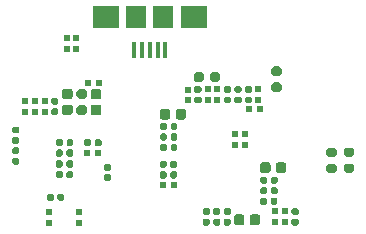
<source format=gbr>
%TF.GenerationSoftware,KiCad,Pcbnew,(5.1.6)-1*%
%TF.CreationDate,2020-08-10T23:05:38-07:00*%
%TF.ProjectId,Wire-Free-DAQ,57697265-2d46-4726-9565-2d4441512e6b,rev?*%
%TF.SameCoordinates,Original*%
%TF.FileFunction,Paste,Bot*%
%TF.FilePolarity,Positive*%
%FSLAX46Y46*%
G04 Gerber Fmt 4.6, Leading zero omitted, Abs format (unit mm)*
G04 Created by KiCad (PCBNEW (5.1.6)-1) date 2020-08-10 23:05:38*
%MOMM*%
%LPD*%
G01*
G04 APERTURE LIST*
%ADD10R,0.400000X1.400000*%
%ADD11R,2.300000X1.900000*%
%ADD12R,1.800000X1.900000*%
%ADD13R,0.560000X0.490000*%
%ADD14R,0.490000X0.560000*%
G04 APERTURE END LIST*
D10*
%TO.C,J2*%
X130688800Y-48303400D03*
X131338800Y-48303400D03*
X131988800Y-48303400D03*
X132638800Y-48303400D03*
X133288800Y-48303400D03*
D11*
X128238800Y-45453400D03*
X135738800Y-45453400D03*
D12*
X130838800Y-45453400D03*
X133138800Y-45453400D03*
%TD*%
D13*
%TO.C,R32*%
X124953000Y-47263600D03*
X124953000Y-48173600D03*
%TD*%
%TO.C,R31*%
X125765800Y-48173600D03*
X125765800Y-47263600D03*
%TD*%
%TO.C,L11*%
G36*
G01*
X127667000Y-52464300D02*
X127192000Y-52464300D01*
G75*
G02*
X126969500Y-52241800I0J222500D01*
G01*
X126969500Y-51796800D01*
G75*
G02*
X127192000Y-51574300I222500J0D01*
G01*
X127667000Y-51574300D01*
G75*
G02*
X127889500Y-51796800I0J-222500D01*
G01*
X127889500Y-52241800D01*
G75*
G02*
X127667000Y-52464300I-222500J0D01*
G01*
G37*
G36*
G01*
X127667000Y-53794300D02*
X127192000Y-53794300D01*
G75*
G02*
X126969500Y-53571800I0J222500D01*
G01*
X126969500Y-53126800D01*
G75*
G02*
X127192000Y-52904300I222500J0D01*
G01*
X127667000Y-52904300D01*
G75*
G02*
X127889500Y-53126800I0J-222500D01*
G01*
X127889500Y-53571800D01*
G75*
G02*
X127667000Y-53794300I-222500J0D01*
G01*
G37*
%TD*%
D14*
%TO.C,R30*%
X127643200Y-51033300D03*
X126733200Y-51033300D03*
%TD*%
%TO.C,R29*%
X141310600Y-53306600D03*
X140400600Y-53306600D03*
%TD*%
D13*
%TO.C,R28*%
X135214600Y-52542400D03*
X135214600Y-51632400D03*
%TD*%
%TO.C,C61*%
G36*
G01*
X126442800Y-52409300D02*
X125977800Y-52409300D01*
G75*
G02*
X125775300Y-52206800I0J202500D01*
G01*
X125775300Y-51801800D01*
G75*
G02*
X125977800Y-51599300I202500J0D01*
G01*
X126442800Y-51599300D01*
G75*
G02*
X126645300Y-51801800I0J-202500D01*
G01*
X126645300Y-52206800D01*
G75*
G02*
X126442800Y-52409300I-202500J0D01*
G01*
G37*
G36*
G01*
X126442800Y-53769300D02*
X125977800Y-53769300D01*
G75*
G02*
X125775300Y-53566800I0J202500D01*
G01*
X125775300Y-53161800D01*
G75*
G02*
X125977800Y-52959300I202500J0D01*
G01*
X126442800Y-52959300D01*
G75*
G02*
X126645300Y-53161800I0J-202500D01*
G01*
X126645300Y-53566800D01*
G75*
G02*
X126442800Y-53769300I-202500J0D01*
G01*
G37*
%TD*%
%TO.C,C60*%
G36*
G01*
X142475100Y-51016200D02*
X142940100Y-51016200D01*
G75*
G02*
X143142600Y-51218700I0J-202500D01*
G01*
X143142600Y-51623700D01*
G75*
G02*
X142940100Y-51826200I-202500J0D01*
G01*
X142475100Y-51826200D01*
G75*
G02*
X142272600Y-51623700I0J202500D01*
G01*
X142272600Y-51218700D01*
G75*
G02*
X142475100Y-51016200I202500J0D01*
G01*
G37*
G36*
G01*
X142475100Y-49656200D02*
X142940100Y-49656200D01*
G75*
G02*
X143142600Y-49858700I0J-202500D01*
G01*
X143142600Y-50263700D01*
G75*
G02*
X142940100Y-50466200I-202500J0D01*
G01*
X142475100Y-50466200D01*
G75*
G02*
X142272600Y-50263700I0J202500D01*
G01*
X142272600Y-49858700D01*
G75*
G02*
X142475100Y-49656200I202500J0D01*
G01*
G37*
%TD*%
%TO.C,C59*%
G36*
G01*
X136539800Y-50356300D02*
X136539800Y-50821300D01*
G75*
G02*
X136337300Y-51023800I-202500J0D01*
G01*
X135932300Y-51023800D01*
G75*
G02*
X135729800Y-50821300I0J202500D01*
G01*
X135729800Y-50356300D01*
G75*
G02*
X135932300Y-50153800I202500J0D01*
G01*
X136337300Y-50153800D01*
G75*
G02*
X136539800Y-50356300I0J-202500D01*
G01*
G37*
G36*
G01*
X137899800Y-50356300D02*
X137899800Y-50821300D01*
G75*
G02*
X137697300Y-51023800I-202500J0D01*
G01*
X137292300Y-51023800D01*
G75*
G02*
X137089800Y-50821300I0J202500D01*
G01*
X137089800Y-50356300D01*
G75*
G02*
X137292300Y-50153800I202500J0D01*
G01*
X137697300Y-50153800D01*
G75*
G02*
X137899800Y-50356300I0J-202500D01*
G01*
G37*
%TD*%
D14*
%TO.C,R27*%
X127617800Y-56964200D03*
X126707800Y-56964200D03*
%TD*%
%TO.C,C58*%
G36*
G01*
X127007800Y-55956000D02*
X127007800Y-56296000D01*
G75*
G02*
X126862800Y-56441000I-145000J0D01*
G01*
X126572800Y-56441000D01*
G75*
G02*
X126427800Y-56296000I0J145000D01*
G01*
X126427800Y-55956000D01*
G75*
G02*
X126572800Y-55811000I145000J0D01*
G01*
X126862800Y-55811000D01*
G75*
G02*
X127007800Y-55956000I0J-145000D01*
G01*
G37*
G36*
G01*
X127897800Y-55956000D02*
X127897800Y-56296000D01*
G75*
G02*
X127752800Y-56441000I-145000J0D01*
G01*
X127462800Y-56441000D01*
G75*
G02*
X127317800Y-56296000I0J145000D01*
G01*
X127317800Y-55956000D01*
G75*
G02*
X127462800Y-55811000I145000J0D01*
G01*
X127752800Y-55811000D01*
G75*
G02*
X127897800Y-55956000I0J-145000D01*
G01*
G37*
%TD*%
D13*
%TO.C,R3*%
X121447800Y-52623000D03*
X121447800Y-53533000D03*
%TD*%
%TO.C,R2*%
X122286000Y-52623000D03*
X122286000Y-53533000D03*
%TD*%
%TO.C,R1*%
X123073400Y-52623000D03*
X123073400Y-53533000D03*
%TD*%
%TO.C,R20*%
X140012660Y-55391600D03*
X140012660Y-56301600D03*
%TD*%
%TO.C,R18*%
X139202400Y-55391600D03*
X139202400Y-56301600D03*
%TD*%
%TO.C,R21*%
X125984000Y-62003600D03*
X125984000Y-62913600D03*
%TD*%
%TO.C,R19*%
X123469400Y-62029000D03*
X123469400Y-62939000D03*
%TD*%
D14*
%TO.C,R14*%
X134018600Y-59682000D03*
X133108600Y-59682000D03*
%TD*%
D13*
%TO.C,R13*%
X141183600Y-51607000D03*
X141183600Y-52517000D03*
%TD*%
%TO.C,R11*%
X143418800Y-62854800D03*
X143418800Y-61944800D03*
%TD*%
%TO.C,R10*%
X142606000Y-61944800D03*
X142606000Y-62854800D03*
%TD*%
%TO.C,R7*%
X137703800Y-52491600D03*
X137703800Y-51581600D03*
%TD*%
%TO.C,R6*%
X136891000Y-52491600D03*
X136891000Y-51581600D03*
%TD*%
%TO.C,L9*%
G36*
G01*
X124766300Y-52891600D02*
X125241300Y-52891600D01*
G75*
G02*
X125463800Y-53114100I0J-222500D01*
G01*
X125463800Y-53559100D01*
G75*
G02*
X125241300Y-53781600I-222500J0D01*
G01*
X124766300Y-53781600D01*
G75*
G02*
X124543800Y-53559100I0J222500D01*
G01*
X124543800Y-53114100D01*
G75*
G02*
X124766300Y-52891600I222500J0D01*
G01*
G37*
G36*
G01*
X124766300Y-51561600D02*
X125241300Y-51561600D01*
G75*
G02*
X125463800Y-51784100I0J-222500D01*
G01*
X125463800Y-52229100D01*
G75*
G02*
X125241300Y-52451600I-222500J0D01*
G01*
X124766300Y-52451600D01*
G75*
G02*
X124543800Y-52229100I0J222500D01*
G01*
X124543800Y-51784100D01*
G75*
G02*
X124766300Y-51561600I222500J0D01*
G01*
G37*
%TD*%
%TO.C,L3*%
G36*
G01*
X133724600Y-53475500D02*
X133724600Y-53950500D01*
G75*
G02*
X133502100Y-54173000I-222500J0D01*
G01*
X133057100Y-54173000D01*
G75*
G02*
X132834600Y-53950500I0J222500D01*
G01*
X132834600Y-53475500D01*
G75*
G02*
X133057100Y-53253000I222500J0D01*
G01*
X133502100Y-53253000D01*
G75*
G02*
X133724600Y-53475500I0J-222500D01*
G01*
G37*
G36*
G01*
X135054600Y-53475500D02*
X135054600Y-53950500D01*
G75*
G02*
X134832100Y-54173000I-222500J0D01*
G01*
X134387100Y-54173000D01*
G75*
G02*
X134164600Y-53950500I0J222500D01*
G01*
X134164600Y-53475500D01*
G75*
G02*
X134387100Y-53253000I222500J0D01*
G01*
X134832100Y-53253000D01*
G75*
G02*
X135054600Y-53475500I0J-222500D01*
G01*
G37*
%TD*%
%TO.C,L2*%
G36*
G01*
X139998400Y-62416300D02*
X139998400Y-62891300D01*
G75*
G02*
X139775900Y-63113800I-222500J0D01*
G01*
X139330900Y-63113800D01*
G75*
G02*
X139108400Y-62891300I0J222500D01*
G01*
X139108400Y-62416300D01*
G75*
G02*
X139330900Y-62193800I222500J0D01*
G01*
X139775900Y-62193800D01*
G75*
G02*
X139998400Y-62416300I0J-222500D01*
G01*
G37*
G36*
G01*
X141328400Y-62416300D02*
X141328400Y-62891300D01*
G75*
G02*
X141105900Y-63113800I-222500J0D01*
G01*
X140660900Y-63113800D01*
G75*
G02*
X140438400Y-62891300I0J222500D01*
G01*
X140438400Y-62416300D01*
G75*
G02*
X140660900Y-62193800I222500J0D01*
G01*
X141105900Y-62193800D01*
G75*
G02*
X141328400Y-62416300I0J-222500D01*
G01*
G37*
%TD*%
%TO.C,L1*%
G36*
G01*
X142208200Y-57996700D02*
X142208200Y-58471700D01*
G75*
G02*
X141985700Y-58694200I-222500J0D01*
G01*
X141540700Y-58694200D01*
G75*
G02*
X141318200Y-58471700I0J222500D01*
G01*
X141318200Y-57996700D01*
G75*
G02*
X141540700Y-57774200I222500J0D01*
G01*
X141985700Y-57774200D01*
G75*
G02*
X142208200Y-57996700I0J-222500D01*
G01*
G37*
G36*
G01*
X143538200Y-57996700D02*
X143538200Y-58471700D01*
G75*
G02*
X143315700Y-58694200I-222500J0D01*
G01*
X142870700Y-58694200D01*
G75*
G02*
X142648200Y-58471700I0J222500D01*
G01*
X142648200Y-57996700D01*
G75*
G02*
X142870700Y-57774200I222500J0D01*
G01*
X143315700Y-57774200D01*
G75*
G02*
X143538200Y-57996700I0J-222500D01*
G01*
G37*
%TD*%
%TO.C,C57*%
G36*
G01*
X123858200Y-60578800D02*
X123858200Y-60918800D01*
G75*
G02*
X123713200Y-61063800I-145000J0D01*
G01*
X123423200Y-61063800D01*
G75*
G02*
X123278200Y-60918800I0J145000D01*
G01*
X123278200Y-60578800D01*
G75*
G02*
X123423200Y-60433800I145000J0D01*
G01*
X123713200Y-60433800D01*
G75*
G02*
X123858200Y-60578800I0J-145000D01*
G01*
G37*
G36*
G01*
X124748200Y-60578800D02*
X124748200Y-60918800D01*
G75*
G02*
X124603200Y-61063800I-145000J0D01*
G01*
X124313200Y-61063800D01*
G75*
G02*
X124168200Y-60918800I0J145000D01*
G01*
X124168200Y-60578800D01*
G75*
G02*
X124313200Y-60433800I145000J0D01*
G01*
X124603200Y-60433800D01*
G75*
G02*
X124748200Y-60578800I0J-145000D01*
G01*
G37*
%TD*%
%TO.C,C56*%
G36*
G01*
X120805000Y-55336000D02*
X120465000Y-55336000D01*
G75*
G02*
X120320000Y-55191000I0J145000D01*
G01*
X120320000Y-54901000D01*
G75*
G02*
X120465000Y-54756000I145000J0D01*
G01*
X120805000Y-54756000D01*
G75*
G02*
X120950000Y-54901000I0J-145000D01*
G01*
X120950000Y-55191000D01*
G75*
G02*
X120805000Y-55336000I-145000J0D01*
G01*
G37*
G36*
G01*
X120805000Y-56226000D02*
X120465000Y-56226000D01*
G75*
G02*
X120320000Y-56081000I0J145000D01*
G01*
X120320000Y-55791000D01*
G75*
G02*
X120465000Y-55646000I145000J0D01*
G01*
X120805000Y-55646000D01*
G75*
G02*
X120950000Y-55791000I0J-145000D01*
G01*
X120950000Y-56081000D01*
G75*
G02*
X120805000Y-56226000I-145000J0D01*
G01*
G37*
%TD*%
%TO.C,C55*%
G36*
G01*
X124609800Y-57742000D02*
X124609800Y-58082000D01*
G75*
G02*
X124464800Y-58227000I-145000J0D01*
G01*
X124174800Y-58227000D01*
G75*
G02*
X124029800Y-58082000I0J145000D01*
G01*
X124029800Y-57742000D01*
G75*
G02*
X124174800Y-57597000I145000J0D01*
G01*
X124464800Y-57597000D01*
G75*
G02*
X124609800Y-57742000I0J-145000D01*
G01*
G37*
G36*
G01*
X125499800Y-57742000D02*
X125499800Y-58082000D01*
G75*
G02*
X125354800Y-58227000I-145000J0D01*
G01*
X125064800Y-58227000D01*
G75*
G02*
X124919800Y-58082000I0J145000D01*
G01*
X124919800Y-57742000D01*
G75*
G02*
X125064800Y-57597000I145000J0D01*
G01*
X125354800Y-57597000D01*
G75*
G02*
X125499800Y-57742000I0J-145000D01*
G01*
G37*
%TD*%
%TO.C,C52*%
G36*
G01*
X124620200Y-58648400D02*
X124620200Y-58988400D01*
G75*
G02*
X124475200Y-59133400I-145000J0D01*
G01*
X124185200Y-59133400D01*
G75*
G02*
X124040200Y-58988400I0J145000D01*
G01*
X124040200Y-58648400D01*
G75*
G02*
X124185200Y-58503400I145000J0D01*
G01*
X124475200Y-58503400D01*
G75*
G02*
X124620200Y-58648400I0J-145000D01*
G01*
G37*
G36*
G01*
X125510200Y-58648400D02*
X125510200Y-58988400D01*
G75*
G02*
X125365200Y-59133400I-145000J0D01*
G01*
X125075200Y-59133400D01*
G75*
G02*
X124930200Y-58988400I0J145000D01*
G01*
X124930200Y-58648400D01*
G75*
G02*
X125075200Y-58503400I145000J0D01*
G01*
X125365200Y-58503400D01*
G75*
G02*
X125510200Y-58648400I0J-145000D01*
G01*
G37*
%TD*%
%TO.C,C51*%
G36*
G01*
X124622000Y-55938600D02*
X124622000Y-56278600D01*
G75*
G02*
X124477000Y-56423600I-145000J0D01*
G01*
X124187000Y-56423600D01*
G75*
G02*
X124042000Y-56278600I0J145000D01*
G01*
X124042000Y-55938600D01*
G75*
G02*
X124187000Y-55793600I145000J0D01*
G01*
X124477000Y-55793600D01*
G75*
G02*
X124622000Y-55938600I0J-145000D01*
G01*
G37*
G36*
G01*
X125512000Y-55938600D02*
X125512000Y-56278600D01*
G75*
G02*
X125367000Y-56423600I-145000J0D01*
G01*
X125077000Y-56423600D01*
G75*
G02*
X124932000Y-56278600I0J145000D01*
G01*
X124932000Y-55938600D01*
G75*
G02*
X125077000Y-55793600I145000J0D01*
G01*
X125367000Y-55793600D01*
G75*
G02*
X125512000Y-55938600I0J-145000D01*
G01*
G37*
%TD*%
%TO.C,C50*%
G36*
G01*
X128577400Y-58485600D02*
X128237400Y-58485600D01*
G75*
G02*
X128092400Y-58340600I0J145000D01*
G01*
X128092400Y-58050600D01*
G75*
G02*
X128237400Y-57905600I145000J0D01*
G01*
X128577400Y-57905600D01*
G75*
G02*
X128722400Y-58050600I0J-145000D01*
G01*
X128722400Y-58340600D01*
G75*
G02*
X128577400Y-58485600I-145000J0D01*
G01*
G37*
G36*
G01*
X128577400Y-59375600D02*
X128237400Y-59375600D01*
G75*
G02*
X128092400Y-59230600I0J145000D01*
G01*
X128092400Y-58940600D01*
G75*
G02*
X128237400Y-58795600I145000J0D01*
G01*
X128577400Y-58795600D01*
G75*
G02*
X128722400Y-58940600I0J-145000D01*
G01*
X128722400Y-59230600D01*
G75*
G02*
X128577400Y-59375600I-145000J0D01*
G01*
G37*
%TD*%
%TO.C,C49*%
G36*
G01*
X120465000Y-57398600D02*
X120805000Y-57398600D01*
G75*
G02*
X120950000Y-57543600I0J-145000D01*
G01*
X120950000Y-57833600D01*
G75*
G02*
X120805000Y-57978600I-145000J0D01*
G01*
X120465000Y-57978600D01*
G75*
G02*
X120320000Y-57833600I0J145000D01*
G01*
X120320000Y-57543600D01*
G75*
G02*
X120465000Y-57398600I145000J0D01*
G01*
G37*
G36*
G01*
X120465000Y-56508600D02*
X120805000Y-56508600D01*
G75*
G02*
X120950000Y-56653600I0J-145000D01*
G01*
X120950000Y-56943600D01*
G75*
G02*
X120805000Y-57088600I-145000J0D01*
G01*
X120465000Y-57088600D01*
G75*
G02*
X120320000Y-56943600I0J145000D01*
G01*
X120320000Y-56653600D01*
G75*
G02*
X120465000Y-56508600I145000J0D01*
G01*
G37*
%TD*%
%TO.C,C48*%
G36*
G01*
X124609300Y-56840300D02*
X124609300Y-57180300D01*
G75*
G02*
X124464300Y-57325300I-145000J0D01*
G01*
X124174300Y-57325300D01*
G75*
G02*
X124029300Y-57180300I0J145000D01*
G01*
X124029300Y-56840300D01*
G75*
G02*
X124174300Y-56695300I145000J0D01*
G01*
X124464300Y-56695300D01*
G75*
G02*
X124609300Y-56840300I0J-145000D01*
G01*
G37*
G36*
G01*
X125499300Y-56840300D02*
X125499300Y-57180300D01*
G75*
G02*
X125354300Y-57325300I-145000J0D01*
G01*
X125064300Y-57325300D01*
G75*
G02*
X124919300Y-57180300I0J145000D01*
G01*
X124919300Y-56840300D01*
G75*
G02*
X125064300Y-56695300I145000J0D01*
G01*
X125354300Y-56695300D01*
G75*
G02*
X125499300Y-56840300I0J-145000D01*
G01*
G37*
%TD*%
%TO.C,C46*%
G36*
G01*
X124107000Y-52897600D02*
X123767000Y-52897600D01*
G75*
G02*
X123622000Y-52752600I0J145000D01*
G01*
X123622000Y-52462600D01*
G75*
G02*
X123767000Y-52317600I145000J0D01*
G01*
X124107000Y-52317600D01*
G75*
G02*
X124252000Y-52462600I0J-145000D01*
G01*
X124252000Y-52752600D01*
G75*
G02*
X124107000Y-52897600I-145000J0D01*
G01*
G37*
G36*
G01*
X124107000Y-53787600D02*
X123767000Y-53787600D01*
G75*
G02*
X123622000Y-53642600I0J145000D01*
G01*
X123622000Y-53352600D01*
G75*
G02*
X123767000Y-53207600I145000J0D01*
G01*
X124107000Y-53207600D01*
G75*
G02*
X124252000Y-53352600I0J-145000D01*
G01*
X124252000Y-53642600D01*
G75*
G02*
X124107000Y-53787600I-145000J0D01*
G01*
G37*
%TD*%
%TO.C,C41*%
G36*
G01*
X148619100Y-57895100D02*
X149084100Y-57895100D01*
G75*
G02*
X149286600Y-58097600I0J-202500D01*
G01*
X149286600Y-58502600D01*
G75*
G02*
X149084100Y-58705100I-202500J0D01*
G01*
X148619100Y-58705100D01*
G75*
G02*
X148416600Y-58502600I0J202500D01*
G01*
X148416600Y-58097600D01*
G75*
G02*
X148619100Y-57895100I202500J0D01*
G01*
G37*
G36*
G01*
X148619100Y-56535100D02*
X149084100Y-56535100D01*
G75*
G02*
X149286600Y-56737600I0J-202500D01*
G01*
X149286600Y-57142600D01*
G75*
G02*
X149084100Y-57345100I-202500J0D01*
G01*
X148619100Y-57345100D01*
G75*
G02*
X148416600Y-57142600I0J202500D01*
G01*
X148416600Y-56737600D01*
G75*
G02*
X148619100Y-56535100I202500J0D01*
G01*
G37*
%TD*%
%TO.C,C37*%
G36*
G01*
X147127900Y-57913300D02*
X147592900Y-57913300D01*
G75*
G02*
X147795400Y-58115800I0J-202500D01*
G01*
X147795400Y-58520800D01*
G75*
G02*
X147592900Y-58723300I-202500J0D01*
G01*
X147127900Y-58723300D01*
G75*
G02*
X146925400Y-58520800I0J202500D01*
G01*
X146925400Y-58115800D01*
G75*
G02*
X147127900Y-57913300I202500J0D01*
G01*
G37*
G36*
G01*
X147127900Y-56553300D02*
X147592900Y-56553300D01*
G75*
G02*
X147795400Y-56755800I0J-202500D01*
G01*
X147795400Y-57160800D01*
G75*
G02*
X147592900Y-57363300I-202500J0D01*
G01*
X147127900Y-57363300D01*
G75*
G02*
X146925400Y-57160800I0J202500D01*
G01*
X146925400Y-56755800D01*
G75*
G02*
X147127900Y-56553300I202500J0D01*
G01*
G37*
%TD*%
%TO.C,C33*%
G36*
G01*
X133434000Y-56362400D02*
X133434000Y-56702400D01*
G75*
G02*
X133289000Y-56847400I-145000J0D01*
G01*
X132999000Y-56847400D01*
G75*
G02*
X132854000Y-56702400I0J145000D01*
G01*
X132854000Y-56362400D01*
G75*
G02*
X132999000Y-56217400I145000J0D01*
G01*
X133289000Y-56217400D01*
G75*
G02*
X133434000Y-56362400I0J-145000D01*
G01*
G37*
G36*
G01*
X134324000Y-56362400D02*
X134324000Y-56702400D01*
G75*
G02*
X134179000Y-56847400I-145000J0D01*
G01*
X133889000Y-56847400D01*
G75*
G02*
X133744000Y-56702400I0J145000D01*
G01*
X133744000Y-56362400D01*
G75*
G02*
X133889000Y-56217400I145000J0D01*
G01*
X134179000Y-56217400D01*
G75*
G02*
X134324000Y-56362400I0J-145000D01*
G01*
G37*
%TD*%
%TO.C,C32*%
G36*
G01*
X138712000Y-62244800D02*
X138372000Y-62244800D01*
G75*
G02*
X138227000Y-62099800I0J145000D01*
G01*
X138227000Y-61809800D01*
G75*
G02*
X138372000Y-61664800I145000J0D01*
G01*
X138712000Y-61664800D01*
G75*
G02*
X138857000Y-61809800I0J-145000D01*
G01*
X138857000Y-62099800D01*
G75*
G02*
X138712000Y-62244800I-145000J0D01*
G01*
G37*
G36*
G01*
X138712000Y-63134800D02*
X138372000Y-63134800D01*
G75*
G02*
X138227000Y-62989800I0J145000D01*
G01*
X138227000Y-62699800D01*
G75*
G02*
X138372000Y-62554800I145000J0D01*
G01*
X138712000Y-62554800D01*
G75*
G02*
X138857000Y-62699800I0J-145000D01*
G01*
X138857000Y-62989800D01*
G75*
G02*
X138712000Y-63134800I-145000J0D01*
G01*
G37*
%TD*%
%TO.C,C31*%
G36*
G01*
X141917600Y-60020000D02*
X141917600Y-60360000D01*
G75*
G02*
X141772600Y-60505000I-145000J0D01*
G01*
X141482600Y-60505000D01*
G75*
G02*
X141337600Y-60360000I0J145000D01*
G01*
X141337600Y-60020000D01*
G75*
G02*
X141482600Y-59875000I145000J0D01*
G01*
X141772600Y-59875000D01*
G75*
G02*
X141917600Y-60020000I0J-145000D01*
G01*
G37*
G36*
G01*
X142807600Y-60020000D02*
X142807600Y-60360000D01*
G75*
G02*
X142662600Y-60505000I-145000J0D01*
G01*
X142372600Y-60505000D01*
G75*
G02*
X142227600Y-60360000I0J145000D01*
G01*
X142227600Y-60020000D01*
G75*
G02*
X142372600Y-59875000I145000J0D01*
G01*
X142662600Y-59875000D01*
G75*
G02*
X142807600Y-60020000I0J-145000D01*
G01*
G37*
%TD*%
%TO.C,C29*%
G36*
G01*
X133408600Y-58673800D02*
X133408600Y-59013800D01*
G75*
G02*
X133263600Y-59158800I-145000J0D01*
G01*
X132973600Y-59158800D01*
G75*
G02*
X132828600Y-59013800I0J145000D01*
G01*
X132828600Y-58673800D01*
G75*
G02*
X132973600Y-58528800I145000J0D01*
G01*
X133263600Y-58528800D01*
G75*
G02*
X133408600Y-58673800I0J-145000D01*
G01*
G37*
G36*
G01*
X134298600Y-58673800D02*
X134298600Y-59013800D01*
G75*
G02*
X134153600Y-59158800I-145000J0D01*
G01*
X133863600Y-59158800D01*
G75*
G02*
X133718600Y-59013800I0J145000D01*
G01*
X133718600Y-58673800D01*
G75*
G02*
X133863600Y-58528800I145000J0D01*
G01*
X134153600Y-58528800D01*
G75*
G02*
X134298600Y-58673800I0J-145000D01*
G01*
G37*
%TD*%
%TO.C,C28*%
G36*
G01*
X140175400Y-52217000D02*
X140515400Y-52217000D01*
G75*
G02*
X140660400Y-52362000I0J-145000D01*
G01*
X140660400Y-52652000D01*
G75*
G02*
X140515400Y-52797000I-145000J0D01*
G01*
X140175400Y-52797000D01*
G75*
G02*
X140030400Y-52652000I0J145000D01*
G01*
X140030400Y-52362000D01*
G75*
G02*
X140175400Y-52217000I145000J0D01*
G01*
G37*
G36*
G01*
X140175400Y-51327000D02*
X140515400Y-51327000D01*
G75*
G02*
X140660400Y-51472000I0J-145000D01*
G01*
X140660400Y-51762000D01*
G75*
G02*
X140515400Y-51907000I-145000J0D01*
G01*
X140175400Y-51907000D01*
G75*
G02*
X140030400Y-51762000I0J145000D01*
G01*
X140030400Y-51472000D01*
G75*
G02*
X140175400Y-51327000I145000J0D01*
G01*
G37*
%TD*%
%TO.C,C26*%
G36*
G01*
X133434000Y-55473400D02*
X133434000Y-55813400D01*
G75*
G02*
X133289000Y-55958400I-145000J0D01*
G01*
X132999000Y-55958400D01*
G75*
G02*
X132854000Y-55813400I0J145000D01*
G01*
X132854000Y-55473400D01*
G75*
G02*
X132999000Y-55328400I145000J0D01*
G01*
X133289000Y-55328400D01*
G75*
G02*
X133434000Y-55473400I0J-145000D01*
G01*
G37*
G36*
G01*
X134324000Y-55473400D02*
X134324000Y-55813400D01*
G75*
G02*
X134179000Y-55958400I-145000J0D01*
G01*
X133889000Y-55958400D01*
G75*
G02*
X133744000Y-55813400I0J145000D01*
G01*
X133744000Y-55473400D01*
G75*
G02*
X133889000Y-55328400I145000J0D01*
G01*
X134179000Y-55328400D01*
G75*
G02*
X134324000Y-55473400I0J-145000D01*
G01*
G37*
%TD*%
%TO.C,C25*%
G36*
G01*
X137823000Y-62244800D02*
X137483000Y-62244800D01*
G75*
G02*
X137338000Y-62099800I0J145000D01*
G01*
X137338000Y-61809800D01*
G75*
G02*
X137483000Y-61664800I145000J0D01*
G01*
X137823000Y-61664800D01*
G75*
G02*
X137968000Y-61809800I0J-145000D01*
G01*
X137968000Y-62099800D01*
G75*
G02*
X137823000Y-62244800I-145000J0D01*
G01*
G37*
G36*
G01*
X137823000Y-63134800D02*
X137483000Y-63134800D01*
G75*
G02*
X137338000Y-62989800I0J145000D01*
G01*
X137338000Y-62699800D01*
G75*
G02*
X137483000Y-62554800I145000J0D01*
G01*
X137823000Y-62554800D01*
G75*
G02*
X137968000Y-62699800I0J-145000D01*
G01*
X137968000Y-62989800D01*
G75*
G02*
X137823000Y-63134800I-145000J0D01*
G01*
G37*
%TD*%
%TO.C,C24*%
G36*
G01*
X141917600Y-59131000D02*
X141917600Y-59471000D01*
G75*
G02*
X141772600Y-59616000I-145000J0D01*
G01*
X141482600Y-59616000D01*
G75*
G02*
X141337600Y-59471000I0J145000D01*
G01*
X141337600Y-59131000D01*
G75*
G02*
X141482600Y-58986000I145000J0D01*
G01*
X141772600Y-58986000D01*
G75*
G02*
X141917600Y-59131000I0J-145000D01*
G01*
G37*
G36*
G01*
X142807600Y-59131000D02*
X142807600Y-59471000D01*
G75*
G02*
X142662600Y-59616000I-145000J0D01*
G01*
X142372600Y-59616000D01*
G75*
G02*
X142227600Y-59471000I0J145000D01*
G01*
X142227600Y-59131000D01*
G75*
G02*
X142372600Y-58986000I145000J0D01*
G01*
X142662600Y-58986000D01*
G75*
G02*
X142807600Y-59131000I0J-145000D01*
G01*
G37*
%TD*%
%TO.C,C22*%
G36*
G01*
X133408600Y-57784800D02*
X133408600Y-58124800D01*
G75*
G02*
X133263600Y-58269800I-145000J0D01*
G01*
X132973600Y-58269800D01*
G75*
G02*
X132828600Y-58124800I0J145000D01*
G01*
X132828600Y-57784800D01*
G75*
G02*
X132973600Y-57639800I145000J0D01*
G01*
X133263600Y-57639800D01*
G75*
G02*
X133408600Y-57784800I0J-145000D01*
G01*
G37*
G36*
G01*
X134298600Y-57784800D02*
X134298600Y-58124800D01*
G75*
G02*
X134153600Y-58269800I-145000J0D01*
G01*
X133863600Y-58269800D01*
G75*
G02*
X133718600Y-58124800I0J145000D01*
G01*
X133718600Y-57784800D01*
G75*
G02*
X133863600Y-57639800I145000J0D01*
G01*
X134153600Y-57639800D01*
G75*
G02*
X134298600Y-57784800I0J-145000D01*
G01*
G37*
%TD*%
%TO.C,C21*%
G36*
G01*
X139286400Y-52217000D02*
X139626400Y-52217000D01*
G75*
G02*
X139771400Y-52362000I0J-145000D01*
G01*
X139771400Y-52652000D01*
G75*
G02*
X139626400Y-52797000I-145000J0D01*
G01*
X139286400Y-52797000D01*
G75*
G02*
X139141400Y-52652000I0J145000D01*
G01*
X139141400Y-52362000D01*
G75*
G02*
X139286400Y-52217000I145000J0D01*
G01*
G37*
G36*
G01*
X139286400Y-51327000D02*
X139626400Y-51327000D01*
G75*
G02*
X139771400Y-51472000I0J-145000D01*
G01*
X139771400Y-51762000D01*
G75*
G02*
X139626400Y-51907000I-145000J0D01*
G01*
X139286400Y-51907000D01*
G75*
G02*
X139141400Y-51762000I0J145000D01*
G01*
X139141400Y-51472000D01*
G75*
G02*
X139286400Y-51327000I145000J0D01*
G01*
G37*
%TD*%
%TO.C,C19*%
G36*
G01*
X133434000Y-54584400D02*
X133434000Y-54924400D01*
G75*
G02*
X133289000Y-55069400I-145000J0D01*
G01*
X132999000Y-55069400D01*
G75*
G02*
X132854000Y-54924400I0J145000D01*
G01*
X132854000Y-54584400D01*
G75*
G02*
X132999000Y-54439400I145000J0D01*
G01*
X133289000Y-54439400D01*
G75*
G02*
X133434000Y-54584400I0J-145000D01*
G01*
G37*
G36*
G01*
X134324000Y-54584400D02*
X134324000Y-54924400D01*
G75*
G02*
X134179000Y-55069400I-145000J0D01*
G01*
X133889000Y-55069400D01*
G75*
G02*
X133744000Y-54924400I0J145000D01*
G01*
X133744000Y-54584400D01*
G75*
G02*
X133889000Y-54439400I145000J0D01*
G01*
X134179000Y-54439400D01*
G75*
G02*
X134324000Y-54584400I0J-145000D01*
G01*
G37*
%TD*%
%TO.C,C18*%
G36*
G01*
X136934000Y-62244800D02*
X136594000Y-62244800D01*
G75*
G02*
X136449000Y-62099800I0J145000D01*
G01*
X136449000Y-61809800D01*
G75*
G02*
X136594000Y-61664800I145000J0D01*
G01*
X136934000Y-61664800D01*
G75*
G02*
X137079000Y-61809800I0J-145000D01*
G01*
X137079000Y-62099800D01*
G75*
G02*
X136934000Y-62244800I-145000J0D01*
G01*
G37*
G36*
G01*
X136934000Y-63134800D02*
X136594000Y-63134800D01*
G75*
G02*
X136449000Y-62989800I0J145000D01*
G01*
X136449000Y-62699800D01*
G75*
G02*
X136594000Y-62554800I145000J0D01*
G01*
X136934000Y-62554800D01*
G75*
G02*
X137079000Y-62699800I0J-145000D01*
G01*
X137079000Y-62989800D01*
G75*
G02*
X136934000Y-63134800I-145000J0D01*
G01*
G37*
%TD*%
%TO.C,C17*%
G36*
G01*
X141905400Y-60909000D02*
X141905400Y-61249000D01*
G75*
G02*
X141760400Y-61394000I-145000J0D01*
G01*
X141470400Y-61394000D01*
G75*
G02*
X141325400Y-61249000I0J145000D01*
G01*
X141325400Y-60909000D01*
G75*
G02*
X141470400Y-60764000I145000J0D01*
G01*
X141760400Y-60764000D01*
G75*
G02*
X141905400Y-60909000I0J-145000D01*
G01*
G37*
G36*
G01*
X142795400Y-60909000D02*
X142795400Y-61249000D01*
G75*
G02*
X142650400Y-61394000I-145000J0D01*
G01*
X142360400Y-61394000D01*
G75*
G02*
X142215400Y-61249000I0J145000D01*
G01*
X142215400Y-60909000D01*
G75*
G02*
X142360400Y-60764000I145000J0D01*
G01*
X142650400Y-60764000D01*
G75*
G02*
X142795400Y-60909000I0J-145000D01*
G01*
G37*
%TD*%
%TO.C,C16*%
G36*
G01*
X135882800Y-52217000D02*
X136222800Y-52217000D01*
G75*
G02*
X136367800Y-52362000I0J-145000D01*
G01*
X136367800Y-52652000D01*
G75*
G02*
X136222800Y-52797000I-145000J0D01*
G01*
X135882800Y-52797000D01*
G75*
G02*
X135737800Y-52652000I0J145000D01*
G01*
X135737800Y-52362000D01*
G75*
G02*
X135882800Y-52217000I145000J0D01*
G01*
G37*
G36*
G01*
X135882800Y-51327000D02*
X136222800Y-51327000D01*
G75*
G02*
X136367800Y-51472000I0J-145000D01*
G01*
X136367800Y-51762000D01*
G75*
G02*
X136222800Y-51907000I-145000J0D01*
G01*
X135882800Y-51907000D01*
G75*
G02*
X135737800Y-51762000I0J145000D01*
G01*
X135737800Y-51472000D01*
G75*
G02*
X135882800Y-51327000I145000J0D01*
G01*
G37*
%TD*%
%TO.C,C14*%
G36*
G01*
X138397400Y-52217000D02*
X138737400Y-52217000D01*
G75*
G02*
X138882400Y-52362000I0J-145000D01*
G01*
X138882400Y-52652000D01*
G75*
G02*
X138737400Y-52797000I-145000J0D01*
G01*
X138397400Y-52797000D01*
G75*
G02*
X138252400Y-52652000I0J145000D01*
G01*
X138252400Y-52362000D01*
G75*
G02*
X138397400Y-52217000I145000J0D01*
G01*
G37*
G36*
G01*
X138397400Y-51327000D02*
X138737400Y-51327000D01*
G75*
G02*
X138882400Y-51472000I0J-145000D01*
G01*
X138882400Y-51762000D01*
G75*
G02*
X138737400Y-51907000I-145000J0D01*
G01*
X138397400Y-51907000D01*
G75*
G02*
X138252400Y-51762000I0J145000D01*
G01*
X138252400Y-51472000D01*
G75*
G02*
X138397400Y-51327000I145000J0D01*
G01*
G37*
%TD*%
%TO.C,C5*%
G36*
G01*
X144452400Y-62244800D02*
X144112400Y-62244800D01*
G75*
G02*
X143967400Y-62099800I0J145000D01*
G01*
X143967400Y-61809800D01*
G75*
G02*
X144112400Y-61664800I145000J0D01*
G01*
X144452400Y-61664800D01*
G75*
G02*
X144597400Y-61809800I0J-145000D01*
G01*
X144597400Y-62099800D01*
G75*
G02*
X144452400Y-62244800I-145000J0D01*
G01*
G37*
G36*
G01*
X144452400Y-63134800D02*
X144112400Y-63134800D01*
G75*
G02*
X143967400Y-62989800I0J145000D01*
G01*
X143967400Y-62699800D01*
G75*
G02*
X144112400Y-62554800I145000J0D01*
G01*
X144452400Y-62554800D01*
G75*
G02*
X144597400Y-62699800I0J-145000D01*
G01*
X144597400Y-62989800D01*
G75*
G02*
X144452400Y-63134800I-145000J0D01*
G01*
G37*
%TD*%
M02*

</source>
